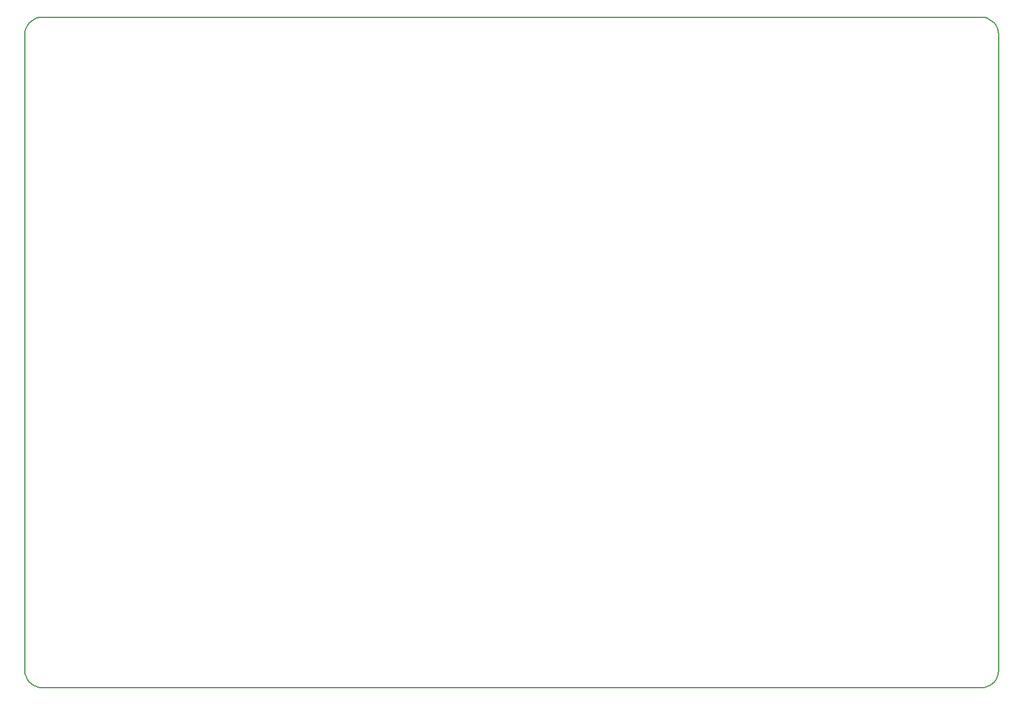
<source format=gbr>
%FSLAX23Y23*%
%MOIN*%
G04 EasyPC Gerber Version 13.0.2 Build 2807 *
%ADD82C,0.00500*%
X0Y0D02*
D02*
D82*
X20828Y16199D02*
Y19861D01*
X20826Y19879*
X20821Y19895*
X20814Y19911*
X20804Y19926*
X20792Y19938*
X20777Y19948*
X20762Y19955*
X20745Y19960*
X20728Y19961*
X15315*
X15298Y19960*
X15281Y19955*
X15265Y19948*
X15251Y19938*
X15238Y19926*
X15228Y19911*
X15221Y19895*
X15217Y19879*
X15215Y19861*
Y16199*
X15217Y16181*
X15221Y16165*
X15228Y16149*
X15238Y16134*
X15251Y16122*
X15265Y16112*
X15281Y16105*
X15298Y16100*
X15315Y16099*
X20728*
X20745Y16100*
X20762Y16105*
X20778Y16112*
X20792Y16122*
X20804Y16134*
X20814Y16149*
X20821Y16165*
X20826Y16181*
X20828Y16199*
X0Y0D02*
M02*

</source>
